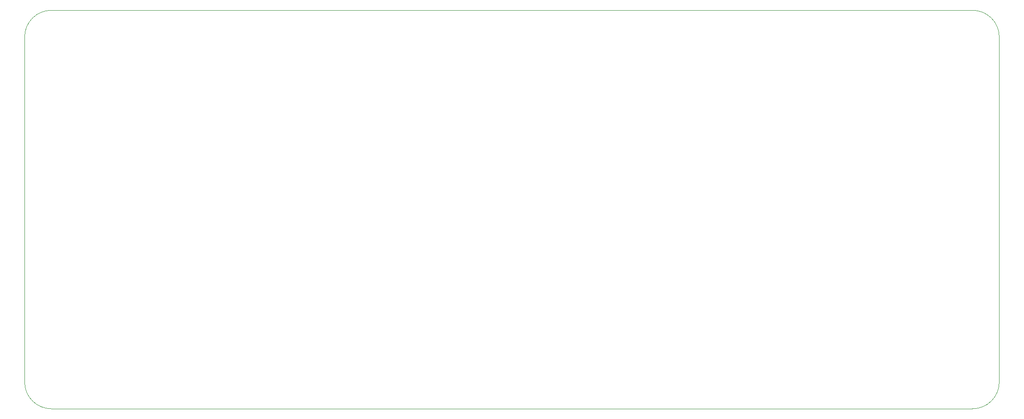
<source format=gbr>
%TF.GenerationSoftware,KiCad,Pcbnew,7.0.2-0*%
%TF.CreationDate,2023-10-11T20:45:17-05:00*%
%TF.ProjectId,CowPi-mk4b,436f7750-692d-46d6-9b34-622e6b696361,mk4b*%
%TF.SameCoordinates,Original*%
%TF.FileFunction,Profile,NP*%
%FSLAX46Y46*%
G04 Gerber Fmt 4.6, Leading zero omitted, Abs format (unit mm)*
G04 Created by KiCad (PCBNEW 7.0.2-0) date 2023-10-11 20:45:17*
%MOMM*%
%LPD*%
G01*
G04 APERTURE LIST*
%TA.AperFunction,Profile*%
%ADD10C,0.100000*%
%TD*%
G04 APERTURE END LIST*
D10*
X230800656Y-62442701D02*
X230800656Y-128212701D01*
X230800599Y-62442701D02*
G75*
G03*
X225720656Y-57362701I-5079899J101D01*
G01*
X50460656Y-133292701D02*
X225720656Y-133292701D01*
X45380656Y-62442701D02*
X45380656Y-128212701D01*
X45380659Y-128212701D02*
G75*
G03*
X50460656Y-133292701I5080001J1D01*
G01*
X225720656Y-133292656D02*
G75*
G03*
X230800656Y-128212701I44J5079956D01*
G01*
X225720656Y-57362701D02*
X50460656Y-57362701D01*
X50460656Y-57362706D02*
G75*
G03*
X45380656Y-62442701I-6J-5079994D01*
G01*
M02*

</source>
